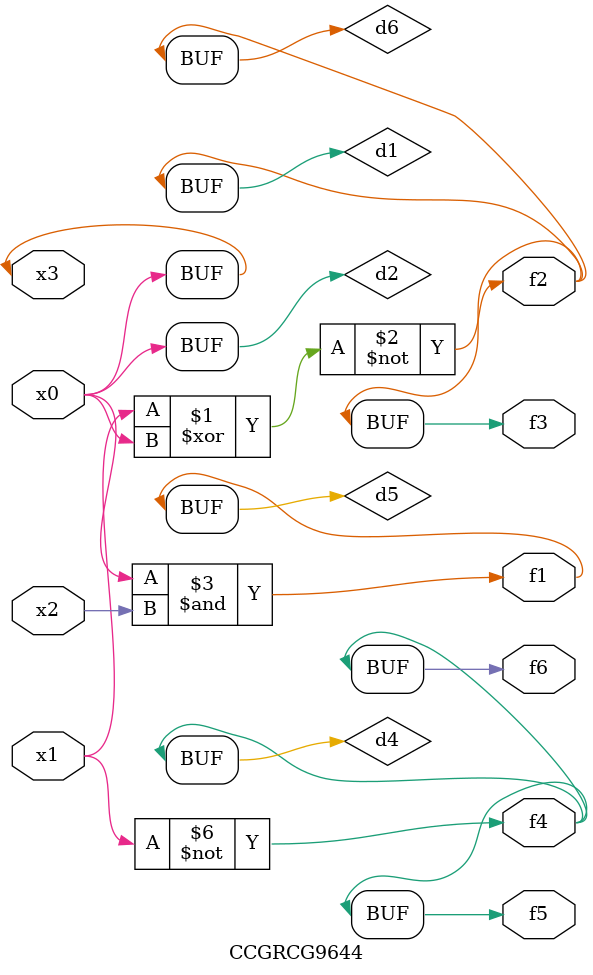
<source format=v>
module CCGRCG9644(
	input x0, x1, x2, x3,
	output f1, f2, f3, f4, f5, f6
);

	wire d1, d2, d3, d4, d5, d6;

	xnor (d1, x1, x3);
	buf (d2, x0, x3);
	nand (d3, x0, x2);
	not (d4, x1);
	nand (d5, d3);
	or (d6, d1);
	assign f1 = d5;
	assign f2 = d6;
	assign f3 = d6;
	assign f4 = d4;
	assign f5 = d4;
	assign f6 = d4;
endmodule

</source>
